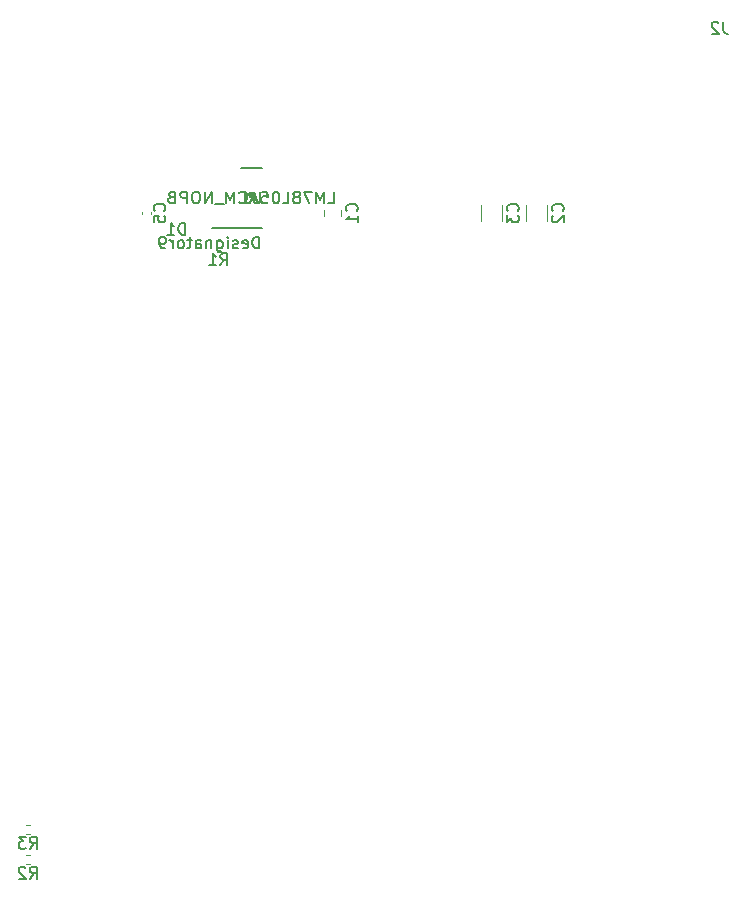
<source format=gbr>
%TF.GenerationSoftware,KiCad,Pcbnew,(5.1.9)-1*%
%TF.CreationDate,2021-03-29T16:21:42+05:30*%
%TF.ProjectId,LightStage,4c696768-7453-4746-9167-652e6b696361,rev?*%
%TF.SameCoordinates,Original*%
%TF.FileFunction,Legend,Bot*%
%TF.FilePolarity,Positive*%
%FSLAX46Y46*%
G04 Gerber Fmt 4.6, Leading zero omitted, Abs format (unit mm)*
G04 Created by KiCad (PCBNEW (5.1.9)-1) date 2021-03-29 16:21:42*
%MOMM*%
%LPD*%
G01*
G04 APERTURE LIST*
%ADD10C,0.100000*%
%ADD11C,0.120000*%
%ADD12C,0.152400*%
%ADD13C,0.150000*%
G04 APERTURE END LIST*
D10*
%TO.C,D1*%
X63037000Y-70358000D02*
G75*
G03*
X63037000Y-70358000I-50000J0D01*
G01*
D11*
%TO.C,C3*%
X87482000Y-68529252D02*
X87482000Y-67106748D01*
X89302000Y-68529252D02*
X89302000Y-67106748D01*
%TO.C,C2*%
X91292000Y-68529252D02*
X91292000Y-67106748D01*
X93112000Y-68529252D02*
X93112000Y-67106748D01*
%TO.C,C1*%
X74195000Y-68079252D02*
X74195000Y-67556748D01*
X75665000Y-68079252D02*
X75665000Y-67556748D01*
%TO.C,R3*%
X48981379Y-119635000D02*
X49316621Y-119635000D01*
X48981379Y-120395000D02*
X49316621Y-120395000D01*
%TO.C,R2*%
X48981379Y-122175000D02*
X49316621Y-122175000D01*
X48981379Y-122935000D02*
X49316621Y-122935000D01*
%TO.C,R1*%
X65110379Y-70232000D02*
X65445621Y-70232000D01*
X65110379Y-70992000D02*
X65445621Y-70992000D01*
%TO.C,C5*%
X58822000Y-67933835D02*
X58822000Y-67702165D01*
X59542000Y-67933835D02*
X59542000Y-67702165D01*
D12*
%TO.C,U1*%
X67171999Y-64048000D02*
X68972001Y-64048000D01*
X64771999Y-69048000D02*
X68972001Y-69048000D01*
%TO.C,J2*%
D13*
X108029333Y-51641380D02*
X108029333Y-52355666D01*
X108076952Y-52498523D01*
X108172190Y-52593761D01*
X108315047Y-52641380D01*
X108410285Y-52641380D01*
X107600761Y-51736619D02*
X107553142Y-51689000D01*
X107457904Y-51641380D01*
X107219809Y-51641380D01*
X107124571Y-51689000D01*
X107076952Y-51736619D01*
X107029333Y-51831857D01*
X107029333Y-51927095D01*
X107076952Y-52069952D01*
X107648380Y-52641380D01*
X107029333Y-52641380D01*
%TO.C,D1*%
X62460095Y-69640380D02*
X62460095Y-68640380D01*
X62222000Y-68640380D01*
X62079142Y-68688000D01*
X61983904Y-68783238D01*
X61936285Y-68878476D01*
X61888666Y-69068952D01*
X61888666Y-69211809D01*
X61936285Y-69402285D01*
X61983904Y-69497523D01*
X62079142Y-69592761D01*
X62222000Y-69640380D01*
X62460095Y-69640380D01*
X60936285Y-69640380D02*
X61507714Y-69640380D01*
X61222000Y-69640380D02*
X61222000Y-68640380D01*
X61317238Y-68783238D01*
X61412476Y-68878476D01*
X61507714Y-68926095D01*
%TO.C,C3*%
X90599142Y-67651333D02*
X90646761Y-67603714D01*
X90694380Y-67460857D01*
X90694380Y-67365619D01*
X90646761Y-67222761D01*
X90551523Y-67127523D01*
X90456285Y-67079904D01*
X90265809Y-67032285D01*
X90122952Y-67032285D01*
X89932476Y-67079904D01*
X89837238Y-67127523D01*
X89742000Y-67222761D01*
X89694380Y-67365619D01*
X89694380Y-67460857D01*
X89742000Y-67603714D01*
X89789619Y-67651333D01*
X89694380Y-67984666D02*
X89694380Y-68603714D01*
X90075333Y-68270380D01*
X90075333Y-68413238D01*
X90122952Y-68508476D01*
X90170571Y-68556095D01*
X90265809Y-68603714D01*
X90503904Y-68603714D01*
X90599142Y-68556095D01*
X90646761Y-68508476D01*
X90694380Y-68413238D01*
X90694380Y-68127523D01*
X90646761Y-68032285D01*
X90599142Y-67984666D01*
%TO.C,C2*%
X94409142Y-67651333D02*
X94456761Y-67603714D01*
X94504380Y-67460857D01*
X94504380Y-67365619D01*
X94456761Y-67222761D01*
X94361523Y-67127523D01*
X94266285Y-67079904D01*
X94075809Y-67032285D01*
X93932952Y-67032285D01*
X93742476Y-67079904D01*
X93647238Y-67127523D01*
X93552000Y-67222761D01*
X93504380Y-67365619D01*
X93504380Y-67460857D01*
X93552000Y-67603714D01*
X93599619Y-67651333D01*
X93599619Y-68032285D02*
X93552000Y-68079904D01*
X93504380Y-68175142D01*
X93504380Y-68413238D01*
X93552000Y-68508476D01*
X93599619Y-68556095D01*
X93694857Y-68603714D01*
X93790095Y-68603714D01*
X93932952Y-68556095D01*
X94504380Y-67984666D01*
X94504380Y-68603714D01*
%TO.C,C1*%
X76967142Y-67651333D02*
X77014761Y-67603714D01*
X77062380Y-67460857D01*
X77062380Y-67365619D01*
X77014761Y-67222761D01*
X76919523Y-67127523D01*
X76824285Y-67079904D01*
X76633809Y-67032285D01*
X76490952Y-67032285D01*
X76300476Y-67079904D01*
X76205238Y-67127523D01*
X76110000Y-67222761D01*
X76062380Y-67365619D01*
X76062380Y-67460857D01*
X76110000Y-67603714D01*
X76157619Y-67651333D01*
X77062380Y-68603714D02*
X77062380Y-68032285D01*
X77062380Y-68318000D02*
X76062380Y-68318000D01*
X76205238Y-68222761D01*
X76300476Y-68127523D01*
X76348095Y-68032285D01*
%TO.C,R3*%
X49315666Y-121637380D02*
X49649000Y-121161190D01*
X49887095Y-121637380D02*
X49887095Y-120637380D01*
X49506142Y-120637380D01*
X49410904Y-120685000D01*
X49363285Y-120732619D01*
X49315666Y-120827857D01*
X49315666Y-120970714D01*
X49363285Y-121065952D01*
X49410904Y-121113571D01*
X49506142Y-121161190D01*
X49887095Y-121161190D01*
X48982333Y-120637380D02*
X48363285Y-120637380D01*
X48696619Y-121018333D01*
X48553761Y-121018333D01*
X48458523Y-121065952D01*
X48410904Y-121113571D01*
X48363285Y-121208809D01*
X48363285Y-121446904D01*
X48410904Y-121542142D01*
X48458523Y-121589761D01*
X48553761Y-121637380D01*
X48839476Y-121637380D01*
X48934714Y-121589761D01*
X48982333Y-121542142D01*
%TO.C,R2*%
X49315666Y-124177380D02*
X49649000Y-123701190D01*
X49887095Y-124177380D02*
X49887095Y-123177380D01*
X49506142Y-123177380D01*
X49410904Y-123225000D01*
X49363285Y-123272619D01*
X49315666Y-123367857D01*
X49315666Y-123510714D01*
X49363285Y-123605952D01*
X49410904Y-123653571D01*
X49506142Y-123701190D01*
X49887095Y-123701190D01*
X48934714Y-123272619D02*
X48887095Y-123225000D01*
X48791857Y-123177380D01*
X48553761Y-123177380D01*
X48458523Y-123225000D01*
X48410904Y-123272619D01*
X48363285Y-123367857D01*
X48363285Y-123463095D01*
X48410904Y-123605952D01*
X48982333Y-124177380D01*
X48363285Y-124177380D01*
%TO.C,R1*%
X65444666Y-72234380D02*
X65778000Y-71758190D01*
X66016095Y-72234380D02*
X66016095Y-71234380D01*
X65635142Y-71234380D01*
X65539904Y-71282000D01*
X65492285Y-71329619D01*
X65444666Y-71424857D01*
X65444666Y-71567714D01*
X65492285Y-71662952D01*
X65539904Y-71710571D01*
X65635142Y-71758190D01*
X66016095Y-71758190D01*
X64492285Y-72234380D02*
X65063714Y-72234380D01*
X64778000Y-72234380D02*
X64778000Y-71234380D01*
X64873238Y-71377238D01*
X64968476Y-71472476D01*
X65063714Y-71520095D01*
%TO.C,C5*%
X60699142Y-67651333D02*
X60746761Y-67603714D01*
X60794380Y-67460857D01*
X60794380Y-67365619D01*
X60746761Y-67222761D01*
X60651523Y-67127523D01*
X60556285Y-67079904D01*
X60365809Y-67032285D01*
X60222952Y-67032285D01*
X60032476Y-67079904D01*
X59937238Y-67127523D01*
X59842000Y-67222761D01*
X59794380Y-67365619D01*
X59794380Y-67460857D01*
X59842000Y-67603714D01*
X59889619Y-67651333D01*
X59794380Y-68556095D02*
X59794380Y-68079904D01*
X60270571Y-68032285D01*
X60222952Y-68079904D01*
X60175333Y-68175142D01*
X60175333Y-68413238D01*
X60222952Y-68508476D01*
X60270571Y-68556095D01*
X60365809Y-68603714D01*
X60603904Y-68603714D01*
X60699142Y-68556095D01*
X60746761Y-68508476D01*
X60794380Y-68413238D01*
X60794380Y-68175142D01*
X60746761Y-68079904D01*
X60699142Y-68032285D01*
%TO.C,U1*%
X68833904Y-66000380D02*
X68833904Y-66809904D01*
X68786285Y-66905142D01*
X68738666Y-66952761D01*
X68643428Y-67000380D01*
X68452952Y-67000380D01*
X68357714Y-66952761D01*
X68310095Y-66905142D01*
X68262476Y-66809904D01*
X68262476Y-66000380D01*
X67262476Y-67000380D02*
X67833904Y-67000380D01*
X67548190Y-67000380D02*
X67548190Y-66000380D01*
X67643428Y-66143238D01*
X67738666Y-66238476D01*
X67833904Y-66286095D01*
X74572000Y-67000380D02*
X75048190Y-67000380D01*
X75048190Y-66000380D01*
X74238666Y-67000380D02*
X74238666Y-66000380D01*
X73905333Y-66714666D01*
X73572000Y-66000380D01*
X73572000Y-67000380D01*
X73191047Y-66000380D02*
X72524380Y-66000380D01*
X72952952Y-67000380D01*
X72000571Y-66428952D02*
X72095809Y-66381333D01*
X72143428Y-66333714D01*
X72191047Y-66238476D01*
X72191047Y-66190857D01*
X72143428Y-66095619D01*
X72095809Y-66048000D01*
X72000571Y-66000380D01*
X71810095Y-66000380D01*
X71714857Y-66048000D01*
X71667238Y-66095619D01*
X71619619Y-66190857D01*
X71619619Y-66238476D01*
X71667238Y-66333714D01*
X71714857Y-66381333D01*
X71810095Y-66428952D01*
X72000571Y-66428952D01*
X72095809Y-66476571D01*
X72143428Y-66524190D01*
X72191047Y-66619428D01*
X72191047Y-66809904D01*
X72143428Y-66905142D01*
X72095809Y-66952761D01*
X72000571Y-67000380D01*
X71810095Y-67000380D01*
X71714857Y-66952761D01*
X71667238Y-66905142D01*
X71619619Y-66809904D01*
X71619619Y-66619428D01*
X71667238Y-66524190D01*
X71714857Y-66476571D01*
X71810095Y-66428952D01*
X70714857Y-67000380D02*
X71191047Y-67000380D01*
X71191047Y-66000380D01*
X70191047Y-66000380D02*
X70095809Y-66000380D01*
X70000571Y-66048000D01*
X69952952Y-66095619D01*
X69905333Y-66190857D01*
X69857714Y-66381333D01*
X69857714Y-66619428D01*
X69905333Y-66809904D01*
X69952952Y-66905142D01*
X70000571Y-66952761D01*
X70095809Y-67000380D01*
X70191047Y-67000380D01*
X70286285Y-66952761D01*
X70333904Y-66905142D01*
X70381523Y-66809904D01*
X70429142Y-66619428D01*
X70429142Y-66381333D01*
X70381523Y-66190857D01*
X70333904Y-66095619D01*
X70286285Y-66048000D01*
X70191047Y-66000380D01*
X68952952Y-66000380D02*
X69429142Y-66000380D01*
X69476761Y-66476571D01*
X69429142Y-66428952D01*
X69333904Y-66381333D01*
X69095809Y-66381333D01*
X69000571Y-66428952D01*
X68952952Y-66476571D01*
X68905333Y-66571809D01*
X68905333Y-66809904D01*
X68952952Y-66905142D01*
X69000571Y-66952761D01*
X69095809Y-67000380D01*
X69333904Y-67000380D01*
X69429142Y-66952761D01*
X69476761Y-66905142D01*
X68524380Y-66714666D02*
X68048190Y-66714666D01*
X68619619Y-67000380D02*
X68286285Y-66000380D01*
X67952952Y-67000380D01*
X67048190Y-66905142D02*
X67095809Y-66952761D01*
X67238666Y-67000380D01*
X67333904Y-67000380D01*
X67476761Y-66952761D01*
X67572000Y-66857523D01*
X67619619Y-66762285D01*
X67667238Y-66571809D01*
X67667238Y-66428952D01*
X67619619Y-66238476D01*
X67572000Y-66143238D01*
X67476761Y-66048000D01*
X67333904Y-66000380D01*
X67238666Y-66000380D01*
X67095809Y-66048000D01*
X67048190Y-66095619D01*
X66619619Y-67000380D02*
X66619619Y-66000380D01*
X66286285Y-66714666D01*
X65952952Y-66000380D01*
X65952952Y-67000380D01*
X65714857Y-67095619D02*
X64952952Y-67095619D01*
X64714857Y-67000380D02*
X64714857Y-66000380D01*
X64143428Y-67000380D01*
X64143428Y-66000380D01*
X63476761Y-66000380D02*
X63286285Y-66000380D01*
X63191047Y-66048000D01*
X63095809Y-66143238D01*
X63048190Y-66333714D01*
X63048190Y-66667047D01*
X63095809Y-66857523D01*
X63191047Y-66952761D01*
X63286285Y-67000380D01*
X63476761Y-67000380D01*
X63572000Y-66952761D01*
X63667238Y-66857523D01*
X63714857Y-66667047D01*
X63714857Y-66333714D01*
X63667238Y-66143238D01*
X63572000Y-66048000D01*
X63476761Y-66000380D01*
X62619619Y-67000380D02*
X62619619Y-66000380D01*
X62238666Y-66000380D01*
X62143428Y-66048000D01*
X62095809Y-66095619D01*
X62048190Y-66190857D01*
X62048190Y-66333714D01*
X62095809Y-66428952D01*
X62143428Y-66476571D01*
X62238666Y-66524190D01*
X62619619Y-66524190D01*
X61286285Y-66476571D02*
X61143428Y-66524190D01*
X61095809Y-66571809D01*
X61048190Y-66667047D01*
X61048190Y-66809904D01*
X61095809Y-66905142D01*
X61143428Y-66952761D01*
X61238666Y-67000380D01*
X61619619Y-67000380D01*
X61619619Y-66000380D01*
X61286285Y-66000380D01*
X61191047Y-66048000D01*
X61143428Y-66095619D01*
X61095809Y-66190857D01*
X61095809Y-66286095D01*
X61143428Y-66381333D01*
X61191047Y-66428952D01*
X61286285Y-66476571D01*
X61619619Y-66476571D01*
X68730285Y-70810380D02*
X68730285Y-69810380D01*
X68492190Y-69810380D01*
X68349333Y-69858000D01*
X68254095Y-69953238D01*
X68206476Y-70048476D01*
X68158857Y-70238952D01*
X68158857Y-70381809D01*
X68206476Y-70572285D01*
X68254095Y-70667523D01*
X68349333Y-70762761D01*
X68492190Y-70810380D01*
X68730285Y-70810380D01*
X67349333Y-70762761D02*
X67444571Y-70810380D01*
X67635047Y-70810380D01*
X67730285Y-70762761D01*
X67777904Y-70667523D01*
X67777904Y-70286571D01*
X67730285Y-70191333D01*
X67635047Y-70143714D01*
X67444571Y-70143714D01*
X67349333Y-70191333D01*
X67301714Y-70286571D01*
X67301714Y-70381809D01*
X67777904Y-70477047D01*
X66920761Y-70762761D02*
X66825523Y-70810380D01*
X66635047Y-70810380D01*
X66539809Y-70762761D01*
X66492190Y-70667523D01*
X66492190Y-70619904D01*
X66539809Y-70524666D01*
X66635047Y-70477047D01*
X66777904Y-70477047D01*
X66873142Y-70429428D01*
X66920761Y-70334190D01*
X66920761Y-70286571D01*
X66873142Y-70191333D01*
X66777904Y-70143714D01*
X66635047Y-70143714D01*
X66539809Y-70191333D01*
X66063619Y-70810380D02*
X66063619Y-70143714D01*
X66063619Y-69810380D02*
X66111238Y-69858000D01*
X66063619Y-69905619D01*
X66016000Y-69858000D01*
X66063619Y-69810380D01*
X66063619Y-69905619D01*
X65158857Y-70143714D02*
X65158857Y-70953238D01*
X65206476Y-71048476D01*
X65254095Y-71096095D01*
X65349333Y-71143714D01*
X65492190Y-71143714D01*
X65587428Y-71096095D01*
X65158857Y-70762761D02*
X65254095Y-70810380D01*
X65444571Y-70810380D01*
X65539809Y-70762761D01*
X65587428Y-70715142D01*
X65635047Y-70619904D01*
X65635047Y-70334190D01*
X65587428Y-70238952D01*
X65539809Y-70191333D01*
X65444571Y-70143714D01*
X65254095Y-70143714D01*
X65158857Y-70191333D01*
X64682666Y-70143714D02*
X64682666Y-70810380D01*
X64682666Y-70238952D02*
X64635047Y-70191333D01*
X64539809Y-70143714D01*
X64396952Y-70143714D01*
X64301714Y-70191333D01*
X64254095Y-70286571D01*
X64254095Y-70810380D01*
X63349333Y-70810380D02*
X63349333Y-70286571D01*
X63396952Y-70191333D01*
X63492190Y-70143714D01*
X63682666Y-70143714D01*
X63777904Y-70191333D01*
X63349333Y-70762761D02*
X63444571Y-70810380D01*
X63682666Y-70810380D01*
X63777904Y-70762761D01*
X63825523Y-70667523D01*
X63825523Y-70572285D01*
X63777904Y-70477047D01*
X63682666Y-70429428D01*
X63444571Y-70429428D01*
X63349333Y-70381809D01*
X63016000Y-70143714D02*
X62635047Y-70143714D01*
X62873142Y-69810380D02*
X62873142Y-70667523D01*
X62825523Y-70762761D01*
X62730285Y-70810380D01*
X62635047Y-70810380D01*
X62158857Y-70810380D02*
X62254095Y-70762761D01*
X62301714Y-70715142D01*
X62349333Y-70619904D01*
X62349333Y-70334190D01*
X62301714Y-70238952D01*
X62254095Y-70191333D01*
X62158857Y-70143714D01*
X62016000Y-70143714D01*
X61920761Y-70191333D01*
X61873142Y-70238952D01*
X61825523Y-70334190D01*
X61825523Y-70619904D01*
X61873142Y-70715142D01*
X61920761Y-70762761D01*
X62016000Y-70810380D01*
X62158857Y-70810380D01*
X61396952Y-70810380D02*
X61396952Y-70143714D01*
X61396952Y-70334190D02*
X61349333Y-70238952D01*
X61301714Y-70191333D01*
X61206476Y-70143714D01*
X61111238Y-70143714D01*
X60730285Y-70810380D02*
X60539809Y-70810380D01*
X60444571Y-70762761D01*
X60396952Y-70715142D01*
X60301714Y-70572285D01*
X60254095Y-70381809D01*
X60254095Y-70000857D01*
X60301714Y-69905619D01*
X60349333Y-69858000D01*
X60444571Y-69810380D01*
X60635047Y-69810380D01*
X60730285Y-69858000D01*
X60777904Y-69905619D01*
X60825523Y-70000857D01*
X60825523Y-70238952D01*
X60777904Y-70334190D01*
X60730285Y-70381809D01*
X60635047Y-70429428D01*
X60444571Y-70429428D01*
X60349333Y-70381809D01*
X60301714Y-70334190D01*
X60254095Y-70238952D01*
X68072000Y-66000380D02*
X68072000Y-66238476D01*
X68310095Y-66143238D02*
X68072000Y-66238476D01*
X67833904Y-66143238D01*
X68214857Y-66428952D02*
X68072000Y-66238476D01*
X67929142Y-66428952D01*
%TD*%
M02*

</source>
